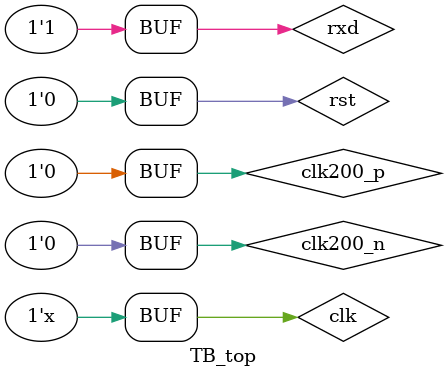
<source format=v>
`timescale 1ns / 1ps


module TB_top;

	// Inputs
	reg clk;
	reg rst;
	reg clk200_p;
	reg clk200_n;
	reg rxd;

	// Outputs
	wire memory_read_error;
	wire [12:0] ddr2_a;
	wire [1:0] ddr2_ba;
	wire ddr2_ras_n;
	wire ddr2_cas_n;
	wire ddr2_we_n;
	wire [0:0] ddr2_cs_n;
	wire [0:0] ddr2_odt;
	wire [0:0] ddr2_cke;
	wire [7:0] ddr2_dm;
	wire phy_init_done;
	wire [1:0] ddr2_ck;
	wire [1:0] ddr2_ck_n;
	wire hsync;
	wire vsync;
	wire blank;
	wire dvi_rst;
	wire [7:0] pixel_r;
	wire [7:0] pixel_g;
	wire [7:0] pixel_b;
	wire [11:0] D;
	wire clk_dvi;
	wire clk_dvi_n;
	wire txd;

	// Bidirs
	wire [63:0] ddr2_dq;
	wire [7:0] ddr2_dqs;
	wire [7:0] ddr2_dqs_n;
	wire scl_tri;
	wire sda_tri;

	// Instantiate the Unit Under Test (UUT)
	top_module uut (
		.clk(clk), 
		.rst(rst), 
		.memory_read_error(memory_read_error), 
		.ddr2_dq(ddr2_dq), 
		.ddr2_a(ddr2_a), 
		.ddr2_ba(ddr2_ba), 
		.ddr2_ras_n(ddr2_ras_n), 
		.ddr2_cas_n(ddr2_cas_n), 
		.ddr2_we_n(ddr2_we_n), 
		.ddr2_cs_n(ddr2_cs_n), 
		.ddr2_odt(ddr2_odt), 
		.ddr2_cke(ddr2_cke), 
		.ddr2_dm(ddr2_dm), 
		.clk200_p(clk200_p), 
		.clk200_n(clk200_n), 
		.phy_init_done(phy_init_done), 
		.ddr2_dqs(ddr2_dqs), 
		.ddr2_dqs_n(ddr2_dqs_n), 
		.ddr2_ck(ddr2_ck), 
		.ddr2_ck_n(ddr2_ck_n), 
		.hsync(hsync), 
		.vsync(vsync), 
		.blank(blank), 
		.dvi_rst(dvi_rst), 
		.pixel_r(pixel_r), 
		.pixel_g(pixel_g), 
		.pixel_b(pixel_b), 
		.D(D), 
		.clk_dvi(clk_dvi), 
		.clk_dvi_n(clk_dvi_n), 
		.txd(txd), 
		.rxd(rxd), 
		.scl_tri(scl_tri), 
		.sda_tri(sda_tri)
	);

	initial begin
		// Initialize Inputs
		clk = 0;
		rst = 0;
		clk200_p = 0;
		clk200_n = 0;
		rxd = 0;

     #100;
      rst = 1;
      #100;
		rst = 0;
      #100;	
	  
	  #6500;
rxd = 0;		


#26077;
rxd = 1;		

#26077;
rxd = 0;		

#26077;
rxd = 1;

#26077;
rxd = 0;

#26077;
rxd = 1;

#26077;
rxd = 0;		

#26077;
rxd = 1;		

#26077;
rxd = 0;
	
#26077;
rxd = 1;	


// Next Read command
#6500000;
rxd = 0;		


#26077;
rxd = 0;		

#26077;
rxd = 1;		

#26077;
rxd = 0;

#26077;
rxd = 1;

#26077;
rxd = 0;

#26077;
rxd = 1;		

#26077;
rxd = 0;		

#26077;
rxd = 1;
	
#26077;
rxd = 1;	


// Next Read command
#6500000;
rxd = 0;		


#26077;
rxd = 0;		

#26077;
rxd = 1;		

#26077;
rxd = 0;

#26077;
rxd = 1;

#26077;
rxd = 0;

#26077;
rxd = 1;		

#26077;
rxd = 0;		

#26077;
rxd = 1;
	
#26077;
rxd = 1;	


// Next Read command
#6500000;
rxd = 0;		


#26077;
rxd = 0;		

#26077;
rxd = 1;		

#26077;
rxd = 0;

#26077;
rxd = 1;

#26077;
rxd = 0;

#26077;
rxd = 1;		

#26077;
rxd = 0;		

#26077;
rxd = 1;
	
#26077;
rxd = 1;	

// End of 32-bit data sent


// Another READ

#6500000;
rxd = 0;		


#26077;
rxd = 0;		

#26077;
rxd = 0;		

#26077;
rxd = 1;

#26077;
rxd = 0;

#26077;
rxd = 1;

#26077;
rxd = 0;		

#26077;
rxd = 1;		

#26077;
rxd = 0;
	
#26077;
rxd = 1;	


// Next Read command
#6500000;
rxd = 0;		


#26077;
rxd = 1;		

#26077;
rxd = 1;		

#26077;
rxd = 0;

#26077;
rxd = 1;

#26077;
rxd = 0;

#26077;
rxd = 1;		

#26077;
rxd = 0;		

#26077;
rxd = 1;
	
#26077;
rxd = 1;	


// Next Read command
#6500000;
rxd = 0;		


#26077;
rxd = 1;		

#26077;
rxd = 1;		

#26077;
rxd = 0;

#26077;
rxd = 1;

#26077;
rxd = 0;

#26077;
rxd = 1;		

#26077;
rxd = 0;		

#26077;
rxd = 1;
	
#26077;
rxd = 1;	


// Next Read command
#6500000;
rxd = 0;		


#26077;
rxd = 1;		

#26077;
rxd = 1;		

#26077;
rxd = 0;

#26077;
rxd = 1;

#26077;
rxd = 0;

#26077;
rxd = 1;		

#26077;
rxd = 0;		

#26077;
rxd = 1;
	
#26077;
rxd = 1;	

// End of 32-bit data sent




// Next set of 8-byte data

#6500000;
rxd = 0;		


#26077;
rxd = 1;		

#26077;
rxd = 0;		

#26077;
rxd = 1;

#26077;
rxd = 0;

#26077;
rxd = 1;

#26077;
rxd = 0;		

#26077;
rxd = 1;		

#26077;
rxd = 0;
	
#26077;
rxd = 1;	


// Next Read command
#6500000;
rxd = 0;		


#26077;
rxd = 0;		

#26077;
rxd = 1;		

#26077;
rxd = 0;

#26077;
rxd = 1;

#26077;
rxd = 0;

#26077;
rxd = 1;		

#26077;
rxd = 0;		

#26077;
rxd = 1;
	
#26077;
rxd = 1;	


// Next Read command
#6500000;
rxd = 0;		


#26077;
rxd = 0;		

#26077;
rxd = 1;		

#26077;
rxd = 0;

#26077;
rxd = 1;

#26077;
rxd = 0;

#26077;
rxd = 1;		

#26077;
rxd = 0;		

#26077;
rxd = 1;
	
#26077;
rxd = 1;	


// Next Read command
#6500000;
rxd = 0;		


#26077;
rxd = 0;		

#26077;
rxd = 1;		

#26077;
rxd = 0;

#26077;
rxd = 1;

#26077;
rxd = 0;

#26077;
rxd = 1;		

#26077;
rxd = 0;		

#26077;
rxd = 1;
	
#26077;
rxd = 1;	

// End of 32-bit data sent


// Another READ

#6500000;
rxd = 0;		


#26077;
rxd = 0;		

#26077;
rxd = 0;		

#26077;
rxd = 1;

#26077;
rxd = 0;

#26077;
rxd = 1;

#26077;
rxd = 0;		

#26077;
rxd = 1;		

#26077;
rxd = 0;
	
#26077;
rxd = 1;	


// Next Read command
#6500000;
rxd = 0;		


#26077;
rxd = 1;		

#26077;
rxd = 1;		

#26077;
rxd = 0;

#26077;
rxd = 1;

#26077;
rxd = 0;

#26077;
rxd = 1;		

#26077;
rxd = 0;		

#26077;
rxd = 1;
	
#26077;
rxd = 1;	


// Next Read command
#6500000;
rxd = 0;		


#26077;
rxd = 1;		

#26077;
rxd = 1;		

#26077;
rxd = 0;

#26077;
rxd = 1;

#26077;
rxd = 0;

#26077;
rxd = 1;		

#26077;
rxd = 0;		

#26077;
rxd = 1;
	
#26077;
rxd = 1;	


// Next Read command
#6500000;
rxd = 0;		


#26077;
rxd = 1;		

#26077;
rxd = 1;		

#26077;
rxd = 0;

#26077;
rxd = 1;

#26077;
rxd = 0;

#26077;
rxd = 1;		

#26077;
rxd = 0;		

#26077;
rxd = 1;
	
#26077;
rxd = 1;	

// End of 32-bit data sent


	end
      
		
					always begin
    #5  clk =  ! clk;
  end
  
endmodule


</source>
